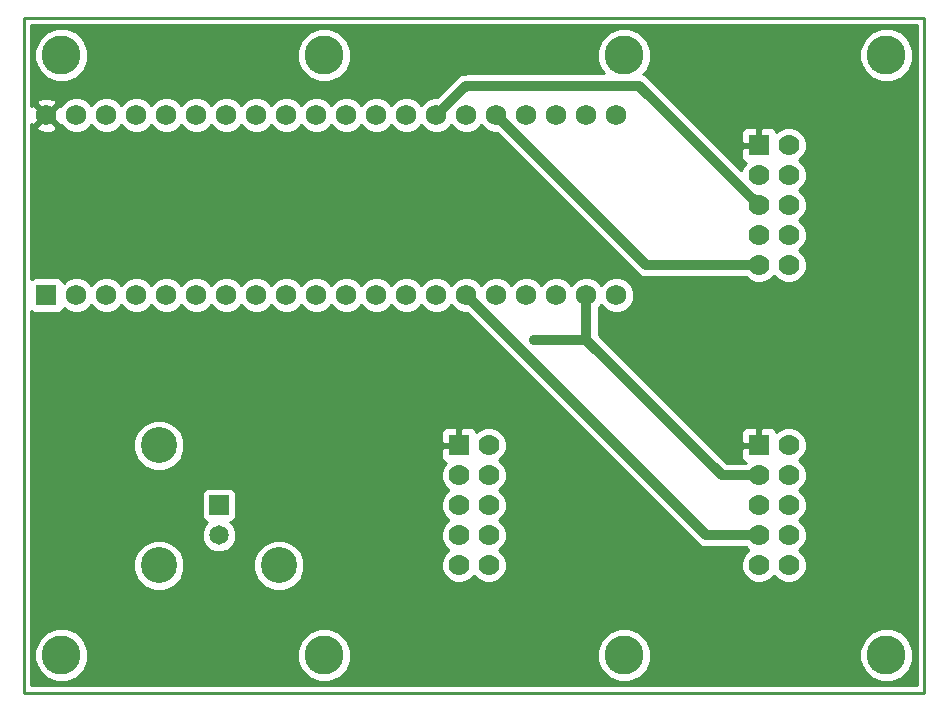
<source format=gtl>
G04 (created by PCBNEW-RS274X (20100406 SVN-R2509)-final) date Thu 17 Jun 2010 11:12:04 AM PDT*
G01*
G70*
G90*
%MOIN*%
G04 Gerber Fmt 3.4, Leading zero omitted, Abs format*
%FSLAX34Y34*%
G04 APERTURE LIST*
%ADD10C,0.001000*%
%ADD11C,0.009000*%
%ADD12C,0.120000*%
%ADD13R,0.065000X0.065000*%
%ADD14C,0.065000*%
%ADD15C,0.069000*%
%ADD16R,0.069000X0.069000*%
%ADD17C,0.130000*%
%ADD18R,0.070000X0.070000*%
%ADD19C,0.070000*%
%ADD20C,0.035000*%
%ADD21C,0.032000*%
%ADD22C,0.010000*%
G04 APERTURE END LIST*
G54D10*
G54D11*
X59000Y-30750D02*
X29000Y-30750D01*
X59000Y-53250D02*
X59000Y-30750D01*
X29000Y-53250D02*
X59000Y-53250D01*
X29000Y-30750D02*
X29000Y-53250D01*
G54D12*
X33500Y-49000D03*
X33500Y-45000D03*
G54D13*
X35500Y-47000D03*
G54D14*
X35500Y-48000D03*
G54D12*
X37500Y-49000D03*
G54D15*
X29750Y-34000D03*
X30750Y-34000D03*
X31750Y-34000D03*
X32750Y-34000D03*
X33750Y-34000D03*
X34750Y-34000D03*
X35750Y-34000D03*
X36750Y-34000D03*
X37750Y-34000D03*
X38750Y-34000D03*
X39750Y-34000D03*
X40750Y-34000D03*
X41750Y-34000D03*
X42750Y-34000D03*
X48750Y-34000D03*
X47750Y-34000D03*
X46750Y-34000D03*
X45750Y-34000D03*
X44750Y-34000D03*
X43750Y-34000D03*
G54D16*
X29750Y-40000D03*
G54D15*
X30750Y-40000D03*
X31750Y-40000D03*
X32750Y-40000D03*
X33750Y-40000D03*
X34750Y-40000D03*
X35750Y-40000D03*
X36750Y-40000D03*
X37750Y-40000D03*
X38750Y-40000D03*
X39750Y-40000D03*
X40750Y-40000D03*
X41750Y-40000D03*
X42750Y-40000D03*
X43750Y-40000D03*
X44750Y-40000D03*
X45750Y-40000D03*
X46750Y-40000D03*
X47750Y-40000D03*
X48750Y-40000D03*
G54D17*
X30250Y-32000D03*
X30250Y-52000D03*
X39000Y-52000D03*
X39000Y-32000D03*
X49000Y-32000D03*
X49000Y-52000D03*
X57750Y-32000D03*
X57750Y-52000D03*
G54D18*
X43500Y-45000D03*
G54D19*
X44500Y-45000D03*
X43500Y-46000D03*
X44500Y-46000D03*
X43500Y-47000D03*
X44500Y-47000D03*
X43500Y-48000D03*
X44500Y-48000D03*
X43500Y-49000D03*
X44500Y-49000D03*
G54D18*
X53500Y-45000D03*
G54D19*
X54500Y-45000D03*
X53500Y-46000D03*
X54500Y-46000D03*
X53500Y-47000D03*
X54500Y-47000D03*
X53500Y-48000D03*
X54500Y-48000D03*
X53500Y-49000D03*
X54500Y-49000D03*
G54D18*
X53500Y-35000D03*
G54D19*
X54500Y-35000D03*
X53500Y-36000D03*
X54500Y-36000D03*
X53500Y-37000D03*
X54500Y-37000D03*
X53500Y-38000D03*
X54500Y-38000D03*
X53500Y-39000D03*
X54500Y-39000D03*
G54D20*
X46005Y-41485D03*
G54D21*
X43732Y-33018D02*
X42750Y-34000D01*
X49518Y-33018D02*
X43732Y-33018D01*
X53500Y-37000D02*
X49518Y-33018D01*
X49750Y-39000D02*
X44750Y-34000D01*
X53500Y-39000D02*
X49750Y-39000D01*
X47750Y-41485D02*
X46005Y-41485D01*
X52265Y-46000D02*
X47750Y-41485D01*
X53500Y-46000D02*
X52265Y-46000D01*
X47750Y-41485D02*
X47750Y-40000D01*
X51750Y-48000D02*
X53500Y-48000D01*
X43750Y-40000D02*
X51750Y-48000D01*
G54D22*
X29245Y-30995D02*
X58755Y-30995D01*
X29245Y-31075D02*
X58755Y-31075D01*
X29245Y-31155D02*
X29940Y-31155D01*
X30562Y-31155D02*
X38690Y-31155D01*
X39312Y-31155D02*
X48690Y-31155D01*
X49312Y-31155D02*
X57440Y-31155D01*
X58062Y-31155D02*
X58755Y-31155D01*
X29245Y-31235D02*
X29746Y-31235D01*
X30754Y-31235D02*
X38496Y-31235D01*
X39504Y-31235D02*
X48496Y-31235D01*
X49504Y-31235D02*
X57246Y-31235D01*
X58254Y-31235D02*
X58755Y-31235D01*
X29245Y-31315D02*
X29663Y-31315D01*
X30838Y-31315D02*
X38413Y-31315D01*
X39588Y-31315D02*
X48413Y-31315D01*
X49588Y-31315D02*
X57163Y-31315D01*
X58338Y-31315D02*
X58755Y-31315D01*
X29245Y-31395D02*
X29583Y-31395D01*
X30918Y-31395D02*
X38333Y-31395D01*
X39668Y-31395D02*
X48333Y-31395D01*
X49668Y-31395D02*
X57083Y-31395D01*
X58418Y-31395D02*
X58755Y-31395D01*
X29245Y-31475D02*
X29503Y-31475D01*
X30998Y-31475D02*
X38253Y-31475D01*
X39748Y-31475D02*
X48253Y-31475D01*
X49748Y-31475D02*
X57003Y-31475D01*
X58498Y-31475D02*
X58755Y-31475D01*
X29245Y-31555D02*
X29461Y-31555D01*
X31040Y-31555D02*
X38211Y-31555D01*
X39790Y-31555D02*
X48211Y-31555D01*
X49790Y-31555D02*
X56961Y-31555D01*
X58540Y-31555D02*
X58755Y-31555D01*
X29245Y-31635D02*
X29428Y-31635D01*
X31073Y-31635D02*
X38178Y-31635D01*
X39823Y-31635D02*
X48178Y-31635D01*
X49823Y-31635D02*
X56928Y-31635D01*
X58573Y-31635D02*
X58755Y-31635D01*
X29245Y-31715D02*
X29394Y-31715D01*
X31106Y-31715D02*
X38144Y-31715D01*
X39856Y-31715D02*
X48144Y-31715D01*
X49856Y-31715D02*
X56894Y-31715D01*
X58606Y-31715D02*
X58755Y-31715D01*
X29245Y-31795D02*
X29361Y-31795D01*
X31139Y-31795D02*
X38111Y-31795D01*
X39889Y-31795D02*
X48111Y-31795D01*
X49889Y-31795D02*
X56861Y-31795D01*
X58639Y-31795D02*
X58755Y-31795D01*
X29245Y-31875D02*
X29350Y-31875D01*
X31150Y-31875D02*
X38100Y-31875D01*
X39900Y-31875D02*
X48100Y-31875D01*
X49900Y-31875D02*
X56850Y-31875D01*
X58650Y-31875D02*
X58755Y-31875D01*
X29245Y-31955D02*
X29350Y-31955D01*
X31150Y-31955D02*
X38100Y-31955D01*
X39900Y-31955D02*
X48100Y-31955D01*
X49900Y-31955D02*
X56850Y-31955D01*
X58650Y-31955D02*
X58755Y-31955D01*
X29245Y-32035D02*
X29350Y-32035D01*
X31150Y-32035D02*
X38100Y-32035D01*
X39900Y-32035D02*
X48100Y-32035D01*
X49900Y-32035D02*
X56850Y-32035D01*
X58650Y-32035D02*
X58755Y-32035D01*
X29245Y-32115D02*
X29350Y-32115D01*
X31150Y-32115D02*
X38100Y-32115D01*
X39900Y-32115D02*
X48100Y-32115D01*
X49900Y-32115D02*
X56850Y-32115D01*
X58650Y-32115D02*
X58755Y-32115D01*
X29245Y-32195D02*
X29357Y-32195D01*
X31143Y-32195D02*
X38107Y-32195D01*
X39893Y-32195D02*
X48107Y-32195D01*
X49893Y-32195D02*
X56857Y-32195D01*
X58643Y-32195D02*
X58755Y-32195D01*
X29245Y-32275D02*
X29390Y-32275D01*
X31110Y-32275D02*
X38140Y-32275D01*
X39860Y-32275D02*
X48140Y-32275D01*
X49860Y-32275D02*
X56890Y-32275D01*
X58610Y-32275D02*
X58755Y-32275D01*
X29245Y-32355D02*
X29423Y-32355D01*
X31077Y-32355D02*
X38173Y-32355D01*
X39827Y-32355D02*
X48173Y-32355D01*
X49827Y-32355D02*
X56923Y-32355D01*
X58577Y-32355D02*
X58755Y-32355D01*
X29245Y-32435D02*
X29456Y-32435D01*
X31043Y-32435D02*
X38206Y-32435D01*
X39793Y-32435D02*
X48206Y-32435D01*
X49793Y-32435D02*
X56956Y-32435D01*
X58543Y-32435D02*
X58755Y-32435D01*
X29245Y-32515D02*
X29492Y-32515D01*
X31007Y-32515D02*
X38242Y-32515D01*
X39757Y-32515D02*
X48242Y-32515D01*
X49757Y-32515D02*
X56992Y-32515D01*
X58507Y-32515D02*
X58755Y-32515D01*
X29245Y-32595D02*
X29572Y-32595D01*
X30927Y-32595D02*
X38322Y-32595D01*
X39677Y-32595D02*
X48322Y-32595D01*
X49677Y-32595D02*
X57072Y-32595D01*
X58427Y-32595D02*
X58755Y-32595D01*
X29245Y-32675D02*
X29652Y-32675D01*
X30847Y-32675D02*
X38402Y-32675D01*
X39597Y-32675D02*
X43522Y-32675D01*
X49729Y-32675D02*
X57152Y-32675D01*
X58347Y-32675D02*
X58755Y-32675D01*
X29245Y-32755D02*
X29732Y-32755D01*
X30767Y-32755D02*
X38482Y-32755D01*
X39517Y-32755D02*
X43415Y-32755D01*
X49835Y-32755D02*
X57232Y-32755D01*
X58267Y-32755D02*
X58755Y-32755D01*
X29245Y-32835D02*
X29914Y-32835D01*
X30585Y-32835D02*
X38664Y-32835D01*
X39335Y-32835D02*
X43335Y-32835D01*
X49915Y-32835D02*
X57414Y-32835D01*
X58085Y-32835D02*
X58755Y-32835D01*
X29245Y-32915D02*
X43255Y-32915D01*
X49995Y-32915D02*
X58755Y-32915D01*
X29245Y-32995D02*
X43175Y-32995D01*
X50075Y-32995D02*
X58755Y-32995D01*
X29245Y-33075D02*
X43095Y-33075D01*
X50155Y-33075D02*
X58755Y-33075D01*
X29245Y-33155D02*
X43015Y-33155D01*
X50235Y-33155D02*
X58755Y-33155D01*
X29245Y-33235D02*
X42935Y-33235D01*
X50315Y-33235D02*
X58755Y-33235D01*
X29245Y-33315D02*
X42855Y-33315D01*
X50395Y-33315D02*
X58755Y-33315D01*
X29245Y-33395D02*
X42775Y-33395D01*
X50475Y-33395D02*
X58755Y-33395D01*
X29245Y-33475D02*
X29483Y-33475D01*
X30012Y-33475D02*
X30465Y-33475D01*
X31035Y-33475D02*
X31465Y-33475D01*
X32035Y-33475D02*
X32465Y-33475D01*
X33035Y-33475D02*
X33465Y-33475D01*
X34035Y-33475D02*
X34465Y-33475D01*
X35035Y-33475D02*
X35465Y-33475D01*
X36035Y-33475D02*
X36465Y-33475D01*
X37035Y-33475D02*
X37465Y-33475D01*
X38035Y-33475D02*
X38465Y-33475D01*
X39035Y-33475D02*
X39465Y-33475D01*
X40035Y-33475D02*
X40465Y-33475D01*
X41035Y-33475D02*
X41465Y-33475D01*
X42035Y-33475D02*
X42465Y-33475D01*
X50555Y-33475D02*
X58755Y-33475D01*
X29245Y-33555D02*
X29423Y-33555D01*
X30079Y-33555D02*
X30355Y-33555D01*
X31145Y-33555D02*
X31355Y-33555D01*
X32145Y-33555D02*
X32355Y-33555D01*
X33145Y-33555D02*
X33355Y-33555D01*
X34145Y-33555D02*
X34355Y-33555D01*
X35145Y-33555D02*
X35355Y-33555D01*
X36145Y-33555D02*
X36355Y-33555D01*
X37145Y-33555D02*
X37355Y-33555D01*
X38145Y-33555D02*
X38355Y-33555D01*
X39145Y-33555D02*
X39355Y-33555D01*
X40145Y-33555D02*
X40355Y-33555D01*
X41145Y-33555D02*
X41355Y-33555D01*
X42145Y-33555D02*
X42355Y-33555D01*
X50635Y-33555D02*
X58755Y-33555D01*
X29245Y-33635D02*
X29456Y-33635D01*
X30044Y-33635D02*
X30275Y-33635D01*
X31225Y-33635D02*
X31274Y-33635D01*
X32225Y-33635D02*
X32274Y-33635D01*
X33225Y-33635D02*
X33274Y-33635D01*
X34225Y-33635D02*
X34274Y-33635D01*
X35225Y-33635D02*
X35274Y-33635D01*
X36225Y-33635D02*
X36274Y-33635D01*
X37225Y-33635D02*
X37274Y-33635D01*
X38225Y-33635D02*
X38274Y-33635D01*
X39225Y-33635D02*
X39274Y-33635D01*
X40225Y-33635D02*
X40274Y-33635D01*
X41225Y-33635D02*
X41274Y-33635D01*
X42225Y-33635D02*
X42274Y-33635D01*
X50715Y-33635D02*
X58755Y-33635D01*
X29394Y-33715D02*
X29536Y-33715D01*
X29964Y-33715D02*
X30106Y-33715D01*
X50795Y-33715D02*
X58755Y-33715D01*
X29474Y-33795D02*
X29616Y-33795D01*
X29884Y-33795D02*
X30026Y-33795D01*
X50875Y-33795D02*
X58755Y-33795D01*
X29554Y-33875D02*
X29696Y-33875D01*
X29804Y-33875D02*
X29946Y-33875D01*
X50955Y-33875D02*
X58755Y-33875D01*
X29634Y-33955D02*
X29866Y-33955D01*
X51035Y-33955D02*
X58755Y-33955D01*
X29644Y-34035D02*
X29856Y-34035D01*
X51115Y-34035D02*
X58755Y-34035D01*
X29564Y-34115D02*
X29706Y-34115D01*
X29794Y-34115D02*
X29936Y-34115D01*
X51195Y-34115D02*
X58755Y-34115D01*
X29484Y-34195D02*
X29626Y-34195D01*
X29874Y-34195D02*
X30016Y-34195D01*
X51275Y-34195D02*
X58755Y-34195D01*
X29404Y-34275D02*
X29546Y-34275D01*
X29954Y-34275D02*
X30096Y-34275D01*
X51355Y-34275D02*
X58755Y-34275D01*
X29245Y-34355D02*
X29466Y-34355D01*
X30034Y-34355D02*
X30265Y-34355D01*
X31233Y-34355D02*
X31265Y-34355D01*
X32233Y-34355D02*
X32265Y-34355D01*
X33233Y-34355D02*
X33265Y-34355D01*
X34233Y-34355D02*
X34265Y-34355D01*
X35233Y-34355D02*
X35265Y-34355D01*
X36233Y-34355D02*
X36265Y-34355D01*
X37233Y-34355D02*
X37265Y-34355D01*
X38233Y-34355D02*
X38265Y-34355D01*
X39233Y-34355D02*
X39265Y-34355D01*
X40233Y-34355D02*
X40265Y-34355D01*
X41233Y-34355D02*
X41265Y-34355D01*
X42233Y-34355D02*
X42265Y-34355D01*
X43233Y-34355D02*
X43265Y-34355D01*
X44233Y-34355D02*
X44265Y-34355D01*
X51435Y-34355D02*
X58755Y-34355D01*
X29245Y-34435D02*
X29418Y-34435D01*
X30081Y-34435D02*
X30345Y-34435D01*
X31154Y-34435D02*
X31345Y-34435D01*
X32154Y-34435D02*
X32345Y-34435D01*
X33154Y-34435D02*
X33345Y-34435D01*
X34154Y-34435D02*
X34345Y-34435D01*
X35154Y-34435D02*
X35345Y-34435D01*
X36154Y-34435D02*
X36345Y-34435D01*
X37154Y-34435D02*
X37345Y-34435D01*
X38154Y-34435D02*
X38345Y-34435D01*
X39154Y-34435D02*
X39345Y-34435D01*
X40154Y-34435D02*
X40345Y-34435D01*
X41154Y-34435D02*
X41345Y-34435D01*
X42154Y-34435D02*
X42345Y-34435D01*
X43154Y-34435D02*
X43345Y-34435D01*
X44154Y-34435D02*
X44345Y-34435D01*
X51515Y-34435D02*
X53019Y-34435D01*
X53423Y-34435D02*
X53577Y-34435D01*
X53982Y-34435D02*
X54299Y-34435D01*
X54702Y-34435D02*
X58755Y-34435D01*
X29245Y-34515D02*
X29461Y-34515D01*
X30041Y-34515D02*
X30441Y-34515D01*
X31059Y-34515D02*
X31441Y-34515D01*
X32059Y-34515D02*
X32441Y-34515D01*
X33059Y-34515D02*
X33441Y-34515D01*
X34059Y-34515D02*
X34441Y-34515D01*
X35059Y-34515D02*
X35441Y-34515D01*
X36059Y-34515D02*
X36441Y-34515D01*
X37059Y-34515D02*
X37441Y-34515D01*
X38059Y-34515D02*
X38441Y-34515D01*
X39059Y-34515D02*
X39441Y-34515D01*
X40059Y-34515D02*
X40441Y-34515D01*
X41059Y-34515D02*
X41441Y-34515D01*
X42059Y-34515D02*
X42441Y-34515D01*
X43059Y-34515D02*
X43441Y-34515D01*
X44059Y-34515D02*
X44441Y-34515D01*
X51595Y-34515D02*
X52937Y-34515D01*
X53450Y-34515D02*
X53550Y-34515D01*
X54064Y-34515D02*
X54138Y-34515D01*
X54862Y-34515D02*
X58755Y-34515D01*
X29245Y-34595D02*
X44764Y-34595D01*
X51675Y-34595D02*
X52904Y-34595D01*
X53450Y-34595D02*
X53550Y-34595D01*
X54942Y-34595D02*
X58755Y-34595D01*
X29245Y-34675D02*
X44844Y-34675D01*
X51755Y-34675D02*
X52901Y-34675D01*
X53450Y-34675D02*
X53550Y-34675D01*
X55014Y-34675D02*
X58755Y-34675D01*
X29245Y-34755D02*
X44924Y-34755D01*
X51835Y-34755D02*
X52901Y-34755D01*
X53450Y-34755D02*
X53550Y-34755D01*
X55047Y-34755D02*
X58755Y-34755D01*
X29245Y-34835D02*
X45004Y-34835D01*
X51915Y-34835D02*
X52901Y-34835D01*
X53450Y-34835D02*
X53550Y-34835D01*
X55080Y-34835D02*
X58755Y-34835D01*
X29245Y-34915D02*
X45084Y-34915D01*
X51995Y-34915D02*
X52927Y-34915D01*
X53450Y-34915D02*
X53550Y-34915D01*
X55099Y-34915D02*
X58755Y-34915D01*
X29245Y-34995D02*
X45164Y-34995D01*
X52075Y-34995D02*
X53550Y-34995D01*
X55099Y-34995D02*
X58755Y-34995D01*
X29245Y-35075D02*
X45244Y-35075D01*
X52155Y-35075D02*
X52937Y-35075D01*
X55099Y-35075D02*
X58755Y-35075D01*
X29245Y-35155D02*
X45324Y-35155D01*
X52235Y-35155D02*
X52900Y-35155D01*
X55084Y-35155D02*
X58755Y-35155D01*
X29245Y-35235D02*
X45404Y-35235D01*
X52315Y-35235D02*
X52900Y-35235D01*
X55051Y-35235D02*
X58755Y-35235D01*
X29245Y-35315D02*
X45484Y-35315D01*
X52395Y-35315D02*
X52900Y-35315D01*
X55017Y-35315D02*
X58755Y-35315D01*
X29245Y-35395D02*
X45564Y-35395D01*
X52475Y-35395D02*
X52900Y-35395D01*
X54951Y-35395D02*
X58755Y-35395D01*
X29245Y-35475D02*
X45644Y-35475D01*
X52555Y-35475D02*
X52932Y-35475D01*
X54870Y-35475D02*
X58755Y-35475D01*
X29245Y-35555D02*
X45724Y-35555D01*
X52635Y-35555D02*
X53003Y-35555D01*
X54902Y-35555D02*
X58755Y-35555D01*
X29245Y-35635D02*
X45804Y-35635D01*
X52715Y-35635D02*
X53018Y-35635D01*
X54982Y-35635D02*
X58755Y-35635D01*
X29245Y-35715D02*
X45884Y-35715D01*
X52795Y-35715D02*
X52970Y-35715D01*
X55031Y-35715D02*
X58755Y-35715D01*
X29245Y-35795D02*
X45964Y-35795D01*
X52875Y-35795D02*
X52936Y-35795D01*
X55064Y-35795D02*
X58755Y-35795D01*
X29245Y-35875D02*
X46044Y-35875D01*
X55097Y-35875D02*
X58755Y-35875D01*
X29245Y-35955D02*
X46124Y-35955D01*
X55099Y-35955D02*
X58755Y-35955D01*
X29245Y-36035D02*
X46204Y-36035D01*
X55099Y-36035D02*
X58755Y-36035D01*
X29245Y-36115D02*
X46284Y-36115D01*
X55099Y-36115D02*
X58755Y-36115D01*
X29245Y-36195D02*
X46364Y-36195D01*
X55067Y-36195D02*
X58755Y-36195D01*
X29245Y-36275D02*
X46444Y-36275D01*
X55034Y-36275D02*
X58755Y-36275D01*
X29245Y-36355D02*
X46524Y-36355D01*
X54991Y-36355D02*
X58755Y-36355D01*
X29245Y-36435D02*
X46604Y-36435D01*
X54910Y-36435D02*
X58755Y-36435D01*
X29245Y-36515D02*
X46684Y-36515D01*
X54862Y-36515D02*
X58755Y-36515D01*
X29245Y-36595D02*
X46764Y-36595D01*
X54942Y-36595D02*
X58755Y-36595D01*
X29245Y-36675D02*
X46844Y-36675D01*
X55014Y-36675D02*
X58755Y-36675D01*
X29245Y-36755D02*
X46924Y-36755D01*
X55047Y-36755D02*
X58755Y-36755D01*
X29245Y-36835D02*
X47004Y-36835D01*
X55080Y-36835D02*
X58755Y-36835D01*
X29245Y-36915D02*
X47084Y-36915D01*
X55099Y-36915D02*
X58755Y-36915D01*
X29245Y-36995D02*
X47164Y-36995D01*
X55099Y-36995D02*
X58755Y-36995D01*
X29245Y-37075D02*
X47244Y-37075D01*
X55099Y-37075D02*
X58755Y-37075D01*
X29245Y-37155D02*
X47324Y-37155D01*
X55084Y-37155D02*
X58755Y-37155D01*
X29245Y-37235D02*
X47404Y-37235D01*
X55051Y-37235D02*
X58755Y-37235D01*
X29245Y-37315D02*
X47484Y-37315D01*
X55017Y-37315D02*
X58755Y-37315D01*
X29245Y-37395D02*
X47564Y-37395D01*
X54951Y-37395D02*
X58755Y-37395D01*
X29245Y-37475D02*
X47644Y-37475D01*
X54870Y-37475D02*
X58755Y-37475D01*
X29245Y-37555D02*
X47724Y-37555D01*
X54902Y-37555D02*
X58755Y-37555D01*
X29245Y-37635D02*
X47804Y-37635D01*
X54982Y-37635D02*
X58755Y-37635D01*
X29245Y-37715D02*
X47884Y-37715D01*
X55031Y-37715D02*
X58755Y-37715D01*
X29245Y-37795D02*
X47964Y-37795D01*
X55064Y-37795D02*
X58755Y-37795D01*
X29245Y-37875D02*
X48044Y-37875D01*
X55097Y-37875D02*
X58755Y-37875D01*
X29245Y-37955D02*
X48124Y-37955D01*
X55099Y-37955D02*
X58755Y-37955D01*
X29245Y-38035D02*
X48204Y-38035D01*
X55099Y-38035D02*
X58755Y-38035D01*
X29245Y-38115D02*
X48284Y-38115D01*
X55099Y-38115D02*
X58755Y-38115D01*
X29245Y-38195D02*
X48364Y-38195D01*
X55067Y-38195D02*
X58755Y-38195D01*
X29245Y-38275D02*
X48444Y-38275D01*
X55034Y-38275D02*
X58755Y-38275D01*
X29245Y-38355D02*
X48524Y-38355D01*
X54991Y-38355D02*
X58755Y-38355D01*
X29245Y-38435D02*
X48604Y-38435D01*
X54910Y-38435D02*
X58755Y-38435D01*
X29245Y-38515D02*
X48684Y-38515D01*
X54862Y-38515D02*
X58755Y-38515D01*
X29245Y-38595D02*
X48764Y-38595D01*
X54942Y-38595D02*
X58755Y-38595D01*
X29245Y-38675D02*
X48844Y-38675D01*
X55014Y-38675D02*
X58755Y-38675D01*
X29245Y-38755D02*
X48924Y-38755D01*
X55047Y-38755D02*
X58755Y-38755D01*
X29245Y-38835D02*
X49004Y-38835D01*
X55080Y-38835D02*
X58755Y-38835D01*
X29245Y-38915D02*
X49084Y-38915D01*
X55099Y-38915D02*
X58755Y-38915D01*
X29245Y-38995D02*
X49164Y-38995D01*
X55099Y-38995D02*
X58755Y-38995D01*
X29245Y-39075D02*
X49244Y-39075D01*
X55099Y-39075D02*
X58755Y-39075D01*
X29245Y-39155D02*
X49324Y-39155D01*
X55084Y-39155D02*
X58755Y-39155D01*
X29245Y-39235D02*
X49404Y-39235D01*
X55051Y-39235D02*
X58755Y-39235D01*
X29245Y-39315D02*
X49497Y-39315D01*
X55017Y-39315D02*
X58755Y-39315D01*
X29245Y-39395D02*
X49674Y-39395D01*
X53950Y-39395D02*
X54048Y-39395D01*
X54952Y-39395D02*
X58755Y-39395D01*
X30267Y-39475D02*
X30465Y-39475D01*
X31035Y-39475D02*
X31465Y-39475D01*
X32035Y-39475D02*
X32465Y-39475D01*
X33035Y-39475D02*
X33465Y-39475D01*
X34035Y-39475D02*
X34465Y-39475D01*
X35035Y-39475D02*
X35465Y-39475D01*
X36035Y-39475D02*
X36465Y-39475D01*
X37035Y-39475D02*
X37465Y-39475D01*
X38035Y-39475D02*
X38465Y-39475D01*
X39035Y-39475D02*
X39465Y-39475D01*
X40035Y-39475D02*
X40465Y-39475D01*
X41035Y-39475D02*
X41465Y-39475D01*
X42035Y-39475D02*
X42465Y-39475D01*
X43035Y-39475D02*
X43465Y-39475D01*
X44035Y-39475D02*
X44465Y-39475D01*
X45035Y-39475D02*
X45465Y-39475D01*
X46035Y-39475D02*
X46465Y-39475D01*
X47035Y-39475D02*
X47465Y-39475D01*
X48035Y-39475D02*
X48465Y-39475D01*
X49035Y-39475D02*
X53128Y-39475D01*
X53871Y-39475D02*
X54128Y-39475D01*
X54872Y-39475D02*
X58755Y-39475D01*
X30323Y-39555D02*
X30355Y-39555D01*
X31145Y-39555D02*
X31355Y-39555D01*
X32145Y-39555D02*
X32355Y-39555D01*
X33145Y-39555D02*
X33355Y-39555D01*
X34145Y-39555D02*
X34355Y-39555D01*
X35145Y-39555D02*
X35355Y-39555D01*
X36145Y-39555D02*
X36355Y-39555D01*
X37145Y-39555D02*
X37355Y-39555D01*
X38145Y-39555D02*
X38355Y-39555D01*
X39145Y-39555D02*
X39355Y-39555D01*
X40145Y-39555D02*
X40355Y-39555D01*
X41145Y-39555D02*
X41355Y-39555D01*
X42145Y-39555D02*
X42355Y-39555D01*
X43145Y-39555D02*
X43355Y-39555D01*
X44145Y-39555D02*
X44355Y-39555D01*
X45145Y-39555D02*
X45355Y-39555D01*
X46145Y-39555D02*
X46355Y-39555D01*
X47145Y-39555D02*
X47355Y-39555D01*
X48145Y-39555D02*
X48355Y-39555D01*
X49145Y-39555D02*
X53274Y-39555D01*
X53725Y-39555D02*
X54274Y-39555D01*
X54725Y-39555D02*
X58755Y-39555D01*
X31225Y-39635D02*
X31274Y-39635D01*
X32225Y-39635D02*
X32274Y-39635D01*
X33225Y-39635D02*
X33274Y-39635D01*
X34225Y-39635D02*
X34274Y-39635D01*
X35225Y-39635D02*
X35274Y-39635D01*
X36225Y-39635D02*
X36274Y-39635D01*
X37225Y-39635D02*
X37274Y-39635D01*
X38225Y-39635D02*
X38274Y-39635D01*
X39225Y-39635D02*
X39275Y-39635D01*
X40225Y-39635D02*
X40274Y-39635D01*
X41225Y-39635D02*
X41274Y-39635D01*
X42225Y-39635D02*
X42274Y-39635D01*
X43225Y-39635D02*
X43274Y-39635D01*
X44225Y-39635D02*
X44274Y-39635D01*
X45225Y-39635D02*
X45274Y-39635D01*
X46225Y-39635D02*
X46274Y-39635D01*
X47225Y-39635D02*
X47274Y-39635D01*
X48225Y-39635D02*
X48274Y-39635D01*
X49225Y-39635D02*
X58755Y-39635D01*
X49276Y-39715D02*
X58755Y-39715D01*
X49309Y-39795D02*
X58755Y-39795D01*
X49342Y-39875D02*
X58755Y-39875D01*
X49344Y-39955D02*
X58755Y-39955D01*
X49344Y-40035D02*
X58755Y-40035D01*
X49344Y-40115D02*
X58755Y-40115D01*
X49312Y-40195D02*
X58755Y-40195D01*
X49278Y-40275D02*
X58755Y-40275D01*
X31233Y-40355D02*
X31265Y-40355D01*
X32233Y-40355D02*
X32265Y-40355D01*
X33233Y-40355D02*
X33265Y-40355D01*
X34233Y-40355D02*
X34265Y-40355D01*
X35233Y-40355D02*
X35265Y-40355D01*
X36233Y-40355D02*
X36265Y-40355D01*
X37233Y-40355D02*
X37265Y-40355D01*
X38233Y-40355D02*
X38265Y-40355D01*
X39235Y-40355D02*
X39265Y-40355D01*
X40233Y-40355D02*
X40265Y-40355D01*
X41233Y-40355D02*
X41265Y-40355D01*
X42233Y-40355D02*
X42265Y-40355D01*
X43233Y-40355D02*
X43265Y-40355D01*
X48234Y-40355D02*
X48264Y-40355D01*
X49235Y-40355D02*
X58755Y-40355D01*
X30326Y-40435D02*
X30345Y-40435D01*
X31154Y-40435D02*
X31345Y-40435D01*
X32154Y-40435D02*
X32345Y-40435D01*
X33154Y-40435D02*
X33345Y-40435D01*
X34154Y-40435D02*
X34345Y-40435D01*
X35154Y-40435D02*
X35345Y-40435D01*
X36154Y-40435D02*
X36345Y-40435D01*
X37154Y-40435D02*
X37345Y-40435D01*
X38154Y-40435D02*
X38345Y-40435D01*
X39155Y-40435D02*
X39345Y-40435D01*
X40154Y-40435D02*
X40345Y-40435D01*
X41154Y-40435D02*
X41345Y-40435D01*
X42154Y-40435D02*
X42345Y-40435D01*
X43154Y-40435D02*
X43345Y-40435D01*
X48160Y-40435D02*
X48344Y-40435D01*
X49155Y-40435D02*
X58755Y-40435D01*
X30277Y-40515D02*
X30441Y-40515D01*
X31059Y-40515D02*
X31441Y-40515D01*
X32059Y-40515D02*
X32441Y-40515D01*
X33059Y-40515D02*
X33441Y-40515D01*
X34059Y-40515D02*
X34441Y-40515D01*
X35059Y-40515D02*
X35441Y-40515D01*
X36059Y-40515D02*
X36441Y-40515D01*
X37059Y-40515D02*
X37441Y-40515D01*
X38059Y-40515D02*
X38441Y-40515D01*
X39059Y-40515D02*
X39441Y-40515D01*
X40059Y-40515D02*
X40441Y-40515D01*
X41059Y-40515D02*
X41441Y-40515D01*
X42059Y-40515D02*
X42441Y-40515D01*
X43059Y-40515D02*
X43441Y-40515D01*
X48160Y-40515D02*
X48441Y-40515D01*
X49059Y-40515D02*
X58755Y-40515D01*
X29245Y-40595D02*
X43765Y-40595D01*
X48160Y-40595D02*
X58755Y-40595D01*
X29245Y-40675D02*
X43845Y-40675D01*
X48160Y-40675D02*
X58755Y-40675D01*
X29245Y-40755D02*
X43925Y-40755D01*
X48160Y-40755D02*
X58755Y-40755D01*
X29245Y-40835D02*
X44005Y-40835D01*
X48160Y-40835D02*
X58755Y-40835D01*
X29245Y-40915D02*
X44085Y-40915D01*
X48160Y-40915D02*
X58755Y-40915D01*
X29245Y-40995D02*
X44165Y-40995D01*
X48160Y-40995D02*
X58755Y-40995D01*
X29245Y-41075D02*
X44245Y-41075D01*
X48160Y-41075D02*
X58755Y-41075D01*
X29245Y-41155D02*
X44325Y-41155D01*
X48160Y-41155D02*
X58755Y-41155D01*
X29245Y-41235D02*
X44405Y-41235D01*
X48160Y-41235D02*
X58755Y-41235D01*
X29245Y-41315D02*
X44485Y-41315D01*
X48160Y-41315D02*
X58755Y-41315D01*
X29245Y-41395D02*
X44565Y-41395D01*
X48240Y-41395D02*
X58755Y-41395D01*
X29245Y-41475D02*
X44645Y-41475D01*
X48320Y-41475D02*
X58755Y-41475D01*
X29245Y-41555D02*
X44725Y-41555D01*
X48400Y-41555D02*
X58755Y-41555D01*
X29245Y-41635D02*
X44805Y-41635D01*
X48480Y-41635D02*
X58755Y-41635D01*
X29245Y-41715D02*
X44885Y-41715D01*
X48560Y-41715D02*
X58755Y-41715D01*
X29245Y-41795D02*
X44965Y-41795D01*
X48640Y-41795D02*
X58755Y-41795D01*
X29245Y-41875D02*
X45045Y-41875D01*
X48720Y-41875D02*
X58755Y-41875D01*
X29245Y-41955D02*
X45125Y-41955D01*
X48800Y-41955D02*
X58755Y-41955D01*
X29245Y-42035D02*
X45205Y-42035D01*
X48880Y-42035D02*
X58755Y-42035D01*
X29245Y-42115D02*
X45285Y-42115D01*
X48960Y-42115D02*
X58755Y-42115D01*
X29245Y-42195D02*
X45365Y-42195D01*
X49040Y-42195D02*
X58755Y-42195D01*
X29245Y-42275D02*
X45445Y-42275D01*
X49120Y-42275D02*
X58755Y-42275D01*
X29245Y-42355D02*
X45525Y-42355D01*
X49200Y-42355D02*
X58755Y-42355D01*
X29245Y-42435D02*
X45605Y-42435D01*
X49280Y-42435D02*
X58755Y-42435D01*
X29245Y-42515D02*
X45685Y-42515D01*
X49360Y-42515D02*
X58755Y-42515D01*
X29245Y-42595D02*
X45765Y-42595D01*
X49440Y-42595D02*
X58755Y-42595D01*
X29245Y-42675D02*
X45845Y-42675D01*
X49520Y-42675D02*
X58755Y-42675D01*
X29245Y-42755D02*
X45925Y-42755D01*
X49600Y-42755D02*
X58755Y-42755D01*
X29245Y-42835D02*
X46005Y-42835D01*
X49680Y-42835D02*
X58755Y-42835D01*
X29245Y-42915D02*
X46085Y-42915D01*
X49760Y-42915D02*
X58755Y-42915D01*
X29245Y-42995D02*
X46165Y-42995D01*
X49840Y-42995D02*
X58755Y-42995D01*
X29245Y-43075D02*
X46245Y-43075D01*
X49920Y-43075D02*
X58755Y-43075D01*
X29245Y-43155D02*
X46325Y-43155D01*
X50000Y-43155D02*
X58755Y-43155D01*
X29245Y-43235D02*
X46405Y-43235D01*
X50080Y-43235D02*
X58755Y-43235D01*
X29245Y-43315D02*
X46485Y-43315D01*
X50160Y-43315D02*
X58755Y-43315D01*
X29245Y-43395D02*
X46565Y-43395D01*
X50240Y-43395D02*
X58755Y-43395D01*
X29245Y-43475D02*
X46645Y-43475D01*
X50320Y-43475D02*
X58755Y-43475D01*
X29245Y-43555D02*
X46725Y-43555D01*
X50400Y-43555D02*
X58755Y-43555D01*
X29245Y-43635D02*
X46805Y-43635D01*
X50480Y-43635D02*
X58755Y-43635D01*
X29245Y-43715D02*
X46885Y-43715D01*
X50560Y-43715D02*
X58755Y-43715D01*
X29245Y-43795D02*
X46965Y-43795D01*
X50640Y-43795D02*
X58755Y-43795D01*
X29245Y-43875D02*
X47045Y-43875D01*
X50720Y-43875D02*
X58755Y-43875D01*
X29245Y-43955D02*
X47125Y-43955D01*
X50800Y-43955D02*
X58755Y-43955D01*
X29245Y-44035D02*
X47205Y-44035D01*
X50880Y-44035D02*
X58755Y-44035D01*
X29245Y-44115D02*
X47285Y-44115D01*
X50960Y-44115D02*
X58755Y-44115D01*
X29245Y-44195D02*
X33224Y-44195D01*
X33778Y-44195D02*
X47365Y-44195D01*
X51040Y-44195D02*
X58755Y-44195D01*
X29245Y-44275D02*
X33030Y-44275D01*
X33970Y-44275D02*
X47445Y-44275D01*
X51120Y-44275D02*
X58755Y-44275D01*
X29245Y-44355D02*
X32944Y-44355D01*
X34057Y-44355D02*
X47525Y-44355D01*
X51200Y-44355D02*
X58755Y-44355D01*
X29245Y-44435D02*
X32864Y-44435D01*
X34137Y-44435D02*
X43019Y-44435D01*
X43423Y-44435D02*
X43577Y-44435D01*
X43982Y-44435D02*
X44299Y-44435D01*
X44702Y-44435D02*
X47605Y-44435D01*
X51280Y-44435D02*
X53019Y-44435D01*
X53423Y-44435D02*
X53577Y-44435D01*
X53982Y-44435D02*
X54299Y-44435D01*
X54702Y-44435D02*
X58755Y-44435D01*
X29245Y-44515D02*
X32784Y-44515D01*
X34217Y-44515D02*
X42937Y-44515D01*
X43450Y-44515D02*
X43550Y-44515D01*
X44064Y-44515D02*
X44138Y-44515D01*
X44862Y-44515D02*
X47685Y-44515D01*
X51360Y-44515D02*
X52937Y-44515D01*
X53450Y-44515D02*
X53550Y-44515D01*
X54064Y-44515D02*
X54138Y-44515D01*
X54862Y-44515D02*
X58755Y-44515D01*
X29245Y-44595D02*
X32748Y-44595D01*
X34253Y-44595D02*
X42904Y-44595D01*
X43450Y-44595D02*
X43550Y-44595D01*
X44942Y-44595D02*
X47765Y-44595D01*
X51440Y-44595D02*
X52904Y-44595D01*
X53450Y-44595D02*
X53550Y-44595D01*
X54942Y-44595D02*
X58755Y-44595D01*
X29245Y-44675D02*
X32715Y-44675D01*
X34286Y-44675D02*
X42901Y-44675D01*
X43450Y-44675D02*
X43550Y-44675D01*
X45014Y-44675D02*
X47845Y-44675D01*
X51520Y-44675D02*
X52901Y-44675D01*
X53450Y-44675D02*
X53550Y-44675D01*
X55014Y-44675D02*
X58755Y-44675D01*
X29245Y-44755D02*
X32682Y-44755D01*
X34319Y-44755D02*
X42901Y-44755D01*
X43450Y-44755D02*
X43550Y-44755D01*
X45047Y-44755D02*
X47925Y-44755D01*
X51600Y-44755D02*
X52901Y-44755D01*
X53450Y-44755D02*
X53550Y-44755D01*
X55047Y-44755D02*
X58755Y-44755D01*
X29245Y-44835D02*
X32650Y-44835D01*
X34350Y-44835D02*
X42901Y-44835D01*
X43450Y-44835D02*
X43550Y-44835D01*
X45080Y-44835D02*
X48005Y-44835D01*
X51680Y-44835D02*
X52901Y-44835D01*
X53450Y-44835D02*
X53550Y-44835D01*
X55080Y-44835D02*
X58755Y-44835D01*
X29245Y-44915D02*
X32650Y-44915D01*
X34350Y-44915D02*
X42927Y-44915D01*
X43450Y-44915D02*
X43550Y-44915D01*
X45099Y-44915D02*
X48085Y-44915D01*
X51760Y-44915D02*
X52927Y-44915D01*
X53450Y-44915D02*
X53550Y-44915D01*
X55099Y-44915D02*
X58755Y-44915D01*
X29245Y-44995D02*
X32650Y-44995D01*
X34350Y-44995D02*
X43550Y-44995D01*
X45099Y-44995D02*
X48165Y-44995D01*
X51840Y-44995D02*
X53550Y-44995D01*
X55099Y-44995D02*
X58755Y-44995D01*
X29245Y-45075D02*
X32650Y-45075D01*
X34350Y-45075D02*
X42937Y-45075D01*
X45099Y-45075D02*
X48245Y-45075D01*
X51920Y-45075D02*
X52937Y-45075D01*
X55099Y-45075D02*
X58755Y-45075D01*
X29245Y-45155D02*
X32650Y-45155D01*
X34350Y-45155D02*
X42900Y-45155D01*
X45084Y-45155D02*
X48325Y-45155D01*
X52000Y-45155D02*
X52900Y-45155D01*
X55084Y-45155D02*
X58755Y-45155D01*
X29245Y-45235D02*
X32677Y-45235D01*
X34322Y-45235D02*
X42900Y-45235D01*
X45051Y-45235D02*
X48405Y-45235D01*
X52080Y-45235D02*
X52900Y-45235D01*
X55051Y-45235D02*
X58755Y-45235D01*
X29245Y-45315D02*
X32710Y-45315D01*
X34289Y-45315D02*
X42900Y-45315D01*
X45017Y-45315D02*
X48485Y-45315D01*
X52160Y-45315D02*
X52900Y-45315D01*
X55017Y-45315D02*
X58755Y-45315D01*
X29245Y-45395D02*
X32743Y-45395D01*
X34256Y-45395D02*
X42900Y-45395D01*
X44951Y-45395D02*
X48565Y-45395D01*
X52240Y-45395D02*
X52900Y-45395D01*
X54951Y-45395D02*
X58755Y-45395D01*
X29245Y-45475D02*
X32776Y-45475D01*
X34222Y-45475D02*
X42932Y-45475D01*
X44870Y-45475D02*
X48645Y-45475D01*
X52320Y-45475D02*
X52932Y-45475D01*
X54870Y-45475D02*
X58755Y-45475D01*
X29245Y-45555D02*
X32853Y-45555D01*
X34146Y-45555D02*
X43003Y-45555D01*
X44902Y-45555D02*
X48725Y-45555D01*
X52400Y-45555D02*
X53003Y-45555D01*
X54902Y-45555D02*
X58755Y-45555D01*
X29245Y-45635D02*
X32933Y-45635D01*
X34066Y-45635D02*
X43018Y-45635D01*
X44982Y-45635D02*
X48805Y-45635D01*
X54982Y-45635D02*
X58755Y-45635D01*
X29245Y-45715D02*
X33013Y-45715D01*
X33986Y-45715D02*
X42970Y-45715D01*
X45031Y-45715D02*
X48885Y-45715D01*
X55031Y-45715D02*
X58755Y-45715D01*
X29245Y-45795D02*
X33198Y-45795D01*
X33801Y-45795D02*
X42937Y-45795D01*
X45064Y-45795D02*
X48965Y-45795D01*
X55064Y-45795D02*
X58755Y-45795D01*
X29245Y-45875D02*
X42904Y-45875D01*
X45097Y-45875D02*
X49045Y-45875D01*
X55097Y-45875D02*
X58755Y-45875D01*
X29245Y-45955D02*
X42901Y-45955D01*
X45099Y-45955D02*
X49125Y-45955D01*
X55099Y-45955D02*
X58755Y-45955D01*
X29245Y-46035D02*
X42901Y-46035D01*
X45099Y-46035D02*
X49205Y-46035D01*
X55099Y-46035D02*
X58755Y-46035D01*
X29245Y-46115D02*
X42901Y-46115D01*
X45099Y-46115D02*
X49285Y-46115D01*
X55099Y-46115D02*
X58755Y-46115D01*
X29245Y-46195D02*
X42932Y-46195D01*
X45067Y-46195D02*
X49365Y-46195D01*
X55067Y-46195D02*
X58755Y-46195D01*
X29245Y-46275D02*
X42965Y-46275D01*
X45034Y-46275D02*
X49445Y-46275D01*
X55034Y-46275D02*
X58755Y-46275D01*
X29245Y-46355D02*
X43008Y-46355D01*
X44991Y-46355D02*
X49525Y-46355D01*
X54991Y-46355D02*
X58755Y-46355D01*
X29245Y-46435D02*
X35105Y-46435D01*
X35897Y-46435D02*
X43088Y-46435D01*
X44910Y-46435D02*
X49605Y-46435D01*
X54910Y-46435D02*
X58755Y-46435D01*
X29245Y-46515D02*
X34983Y-46515D01*
X36017Y-46515D02*
X43137Y-46515D01*
X44862Y-46515D02*
X49685Y-46515D01*
X54862Y-46515D02*
X58755Y-46515D01*
X29245Y-46595D02*
X34939Y-46595D01*
X36062Y-46595D02*
X43058Y-46595D01*
X44942Y-46595D02*
X49765Y-46595D01*
X54942Y-46595D02*
X58755Y-46595D01*
X29245Y-46675D02*
X34926Y-46675D01*
X36074Y-46675D02*
X42987Y-46675D01*
X45014Y-46675D02*
X49845Y-46675D01*
X55014Y-46675D02*
X58755Y-46675D01*
X29245Y-46755D02*
X34926Y-46755D01*
X36074Y-46755D02*
X42954Y-46755D01*
X45047Y-46755D02*
X49925Y-46755D01*
X55047Y-46755D02*
X58755Y-46755D01*
X29245Y-46835D02*
X34926Y-46835D01*
X36074Y-46835D02*
X42921Y-46835D01*
X45080Y-46835D02*
X50005Y-46835D01*
X55080Y-46835D02*
X58755Y-46835D01*
X29245Y-46915D02*
X34926Y-46915D01*
X36074Y-46915D02*
X42901Y-46915D01*
X45099Y-46915D02*
X50085Y-46915D01*
X55099Y-46915D02*
X58755Y-46915D01*
X29245Y-46995D02*
X34926Y-46995D01*
X36074Y-46995D02*
X42901Y-46995D01*
X45099Y-46995D02*
X50165Y-46995D01*
X55099Y-46995D02*
X58755Y-46995D01*
X29245Y-47075D02*
X34926Y-47075D01*
X36074Y-47075D02*
X42901Y-47075D01*
X45099Y-47075D02*
X50245Y-47075D01*
X55099Y-47075D02*
X58755Y-47075D01*
X29245Y-47155D02*
X34926Y-47155D01*
X36074Y-47155D02*
X42915Y-47155D01*
X45084Y-47155D02*
X50325Y-47155D01*
X55084Y-47155D02*
X58755Y-47155D01*
X29245Y-47235D02*
X34926Y-47235D01*
X36074Y-47235D02*
X42948Y-47235D01*
X45051Y-47235D02*
X50405Y-47235D01*
X55051Y-47235D02*
X58755Y-47235D01*
X29245Y-47315D02*
X34926Y-47315D01*
X36074Y-47315D02*
X42982Y-47315D01*
X45017Y-47315D02*
X50485Y-47315D01*
X55017Y-47315D02*
X58755Y-47315D01*
X29245Y-47395D02*
X34934Y-47395D01*
X36065Y-47395D02*
X43048Y-47395D01*
X44951Y-47395D02*
X50565Y-47395D01*
X54951Y-47395D02*
X58755Y-47395D01*
X29245Y-47475D02*
X34973Y-47475D01*
X36027Y-47475D02*
X43128Y-47475D01*
X44870Y-47475D02*
X50645Y-47475D01*
X54870Y-47475D02*
X58755Y-47475D01*
X29245Y-47555D02*
X35079Y-47555D01*
X35919Y-47555D02*
X43097Y-47555D01*
X44902Y-47555D02*
X50725Y-47555D01*
X54902Y-47555D02*
X58755Y-47555D01*
X29245Y-47635D02*
X35052Y-47635D01*
X35948Y-47635D02*
X43018Y-47635D01*
X44982Y-47635D02*
X50805Y-47635D01*
X54982Y-47635D02*
X58755Y-47635D01*
X29245Y-47715D02*
X34996Y-47715D01*
X36005Y-47715D02*
X42970Y-47715D01*
X45031Y-47715D02*
X50885Y-47715D01*
X55031Y-47715D02*
X58755Y-47715D01*
X29245Y-47795D02*
X34963Y-47795D01*
X36038Y-47795D02*
X42937Y-47795D01*
X45064Y-47795D02*
X50965Y-47795D01*
X55064Y-47795D02*
X58755Y-47795D01*
X29245Y-47875D02*
X34930Y-47875D01*
X36071Y-47875D02*
X42904Y-47875D01*
X45097Y-47875D02*
X51045Y-47875D01*
X55097Y-47875D02*
X58755Y-47875D01*
X29245Y-47955D02*
X34925Y-47955D01*
X36075Y-47955D02*
X42901Y-47955D01*
X45099Y-47955D02*
X51125Y-47955D01*
X55099Y-47955D02*
X58755Y-47955D01*
X29245Y-48035D02*
X34925Y-48035D01*
X36075Y-48035D02*
X42901Y-48035D01*
X45099Y-48035D02*
X51205Y-48035D01*
X55099Y-48035D02*
X58755Y-48035D01*
X29245Y-48115D02*
X34925Y-48115D01*
X36075Y-48115D02*
X42901Y-48115D01*
X45099Y-48115D02*
X51285Y-48115D01*
X55099Y-48115D02*
X58755Y-48115D01*
X29245Y-48195D02*
X33222Y-48195D01*
X33778Y-48195D02*
X34958Y-48195D01*
X36041Y-48195D02*
X37224Y-48195D01*
X37778Y-48195D02*
X42932Y-48195D01*
X45067Y-48195D02*
X51365Y-48195D01*
X55067Y-48195D02*
X58755Y-48195D01*
X29245Y-48275D02*
X33030Y-48275D01*
X33970Y-48275D02*
X34991Y-48275D01*
X36008Y-48275D02*
X37030Y-48275D01*
X37970Y-48275D02*
X42965Y-48275D01*
X45034Y-48275D02*
X51445Y-48275D01*
X55034Y-48275D02*
X58755Y-48275D01*
X29245Y-48355D02*
X32944Y-48355D01*
X34057Y-48355D02*
X35042Y-48355D01*
X35958Y-48355D02*
X36944Y-48355D01*
X38057Y-48355D02*
X43008Y-48355D01*
X44991Y-48355D02*
X51557Y-48355D01*
X54991Y-48355D02*
X58755Y-48355D01*
X29245Y-48435D02*
X32864Y-48435D01*
X34137Y-48435D02*
X35122Y-48435D01*
X35878Y-48435D02*
X36864Y-48435D01*
X38137Y-48435D02*
X43088Y-48435D01*
X44910Y-48435D02*
X53087Y-48435D01*
X54910Y-48435D02*
X58755Y-48435D01*
X29245Y-48515D02*
X32784Y-48515D01*
X34217Y-48515D02*
X35241Y-48515D01*
X35759Y-48515D02*
X36784Y-48515D01*
X38217Y-48515D02*
X43137Y-48515D01*
X44862Y-48515D02*
X53137Y-48515D01*
X54862Y-48515D02*
X58755Y-48515D01*
X29245Y-48595D02*
X32748Y-48595D01*
X34253Y-48595D02*
X36748Y-48595D01*
X38253Y-48595D02*
X43058Y-48595D01*
X44942Y-48595D02*
X53058Y-48595D01*
X54942Y-48595D02*
X58755Y-48595D01*
X29245Y-48675D02*
X32715Y-48675D01*
X34286Y-48675D02*
X36715Y-48675D01*
X38286Y-48675D02*
X42987Y-48675D01*
X45014Y-48675D02*
X52987Y-48675D01*
X55014Y-48675D02*
X58755Y-48675D01*
X29245Y-48755D02*
X32682Y-48755D01*
X34319Y-48755D02*
X36682Y-48755D01*
X38319Y-48755D02*
X42954Y-48755D01*
X45047Y-48755D02*
X52954Y-48755D01*
X55047Y-48755D02*
X58755Y-48755D01*
X29245Y-48835D02*
X32650Y-48835D01*
X34350Y-48835D02*
X36650Y-48835D01*
X38350Y-48835D02*
X42921Y-48835D01*
X45080Y-48835D02*
X52921Y-48835D01*
X55080Y-48835D02*
X58755Y-48835D01*
X29245Y-48915D02*
X32650Y-48915D01*
X34350Y-48915D02*
X36650Y-48915D01*
X38350Y-48915D02*
X42901Y-48915D01*
X45099Y-48915D02*
X52901Y-48915D01*
X55099Y-48915D02*
X58755Y-48915D01*
X29245Y-48995D02*
X32650Y-48995D01*
X34350Y-48995D02*
X36650Y-48995D01*
X38350Y-48995D02*
X42901Y-48995D01*
X45099Y-48995D02*
X52901Y-48995D01*
X55099Y-48995D02*
X58755Y-48995D01*
X29245Y-49075D02*
X32650Y-49075D01*
X34350Y-49075D02*
X36650Y-49075D01*
X38350Y-49075D02*
X42901Y-49075D01*
X45099Y-49075D02*
X52901Y-49075D01*
X55099Y-49075D02*
X58755Y-49075D01*
X29245Y-49155D02*
X32650Y-49155D01*
X34350Y-49155D02*
X36650Y-49155D01*
X38350Y-49155D02*
X42915Y-49155D01*
X45084Y-49155D02*
X52915Y-49155D01*
X55084Y-49155D02*
X58755Y-49155D01*
X29245Y-49235D02*
X32677Y-49235D01*
X34322Y-49235D02*
X36677Y-49235D01*
X38322Y-49235D02*
X42948Y-49235D01*
X45051Y-49235D02*
X52948Y-49235D01*
X55051Y-49235D02*
X58755Y-49235D01*
X29245Y-49315D02*
X32710Y-49315D01*
X34289Y-49315D02*
X36710Y-49315D01*
X38289Y-49315D02*
X42982Y-49315D01*
X45017Y-49315D02*
X52982Y-49315D01*
X55017Y-49315D02*
X58755Y-49315D01*
X29245Y-49395D02*
X32743Y-49395D01*
X34256Y-49395D02*
X36743Y-49395D01*
X38256Y-49395D02*
X43048Y-49395D01*
X43950Y-49395D02*
X44048Y-49395D01*
X44952Y-49395D02*
X53048Y-49395D01*
X53950Y-49395D02*
X54048Y-49395D01*
X54952Y-49395D02*
X58755Y-49395D01*
X29245Y-49475D02*
X32776Y-49475D01*
X34222Y-49475D02*
X36776Y-49475D01*
X38222Y-49475D02*
X43128Y-49475D01*
X43871Y-49475D02*
X44128Y-49475D01*
X44872Y-49475D02*
X53128Y-49475D01*
X53871Y-49475D02*
X54128Y-49475D01*
X54872Y-49475D02*
X58755Y-49475D01*
X29245Y-49555D02*
X32853Y-49555D01*
X34146Y-49555D02*
X36853Y-49555D01*
X38146Y-49555D02*
X43274Y-49555D01*
X43725Y-49555D02*
X44274Y-49555D01*
X44725Y-49555D02*
X53274Y-49555D01*
X53725Y-49555D02*
X54274Y-49555D01*
X54725Y-49555D02*
X58755Y-49555D01*
X29245Y-49635D02*
X32933Y-49635D01*
X34066Y-49635D02*
X36933Y-49635D01*
X38066Y-49635D02*
X58755Y-49635D01*
X29245Y-49715D02*
X33013Y-49715D01*
X33986Y-49715D02*
X37013Y-49715D01*
X37986Y-49715D02*
X58755Y-49715D01*
X29245Y-49795D02*
X33198Y-49795D01*
X33801Y-49795D02*
X37198Y-49795D01*
X37801Y-49795D02*
X58755Y-49795D01*
X29245Y-49875D02*
X58755Y-49875D01*
X29245Y-49955D02*
X58755Y-49955D01*
X29245Y-50035D02*
X58755Y-50035D01*
X29245Y-50115D02*
X58755Y-50115D01*
X29245Y-50195D02*
X58755Y-50195D01*
X29245Y-50275D02*
X58755Y-50275D01*
X29245Y-50355D02*
X58755Y-50355D01*
X29245Y-50435D02*
X58755Y-50435D01*
X29245Y-50515D02*
X58755Y-50515D01*
X29245Y-50595D02*
X58755Y-50595D01*
X29245Y-50675D02*
X58755Y-50675D01*
X29245Y-50755D02*
X58755Y-50755D01*
X29245Y-50835D02*
X58755Y-50835D01*
X29245Y-50915D02*
X58755Y-50915D01*
X29245Y-50995D02*
X58755Y-50995D01*
X29245Y-51075D02*
X58755Y-51075D01*
X29245Y-51155D02*
X29940Y-51155D01*
X30562Y-51155D02*
X38690Y-51155D01*
X39312Y-51155D02*
X48690Y-51155D01*
X49312Y-51155D02*
X57438Y-51155D01*
X58062Y-51155D02*
X58755Y-51155D01*
X29245Y-51235D02*
X29746Y-51235D01*
X30754Y-51235D02*
X38496Y-51235D01*
X39504Y-51235D02*
X48496Y-51235D01*
X49504Y-51235D02*
X57246Y-51235D01*
X58254Y-51235D02*
X58755Y-51235D01*
X29245Y-51315D02*
X29663Y-51315D01*
X30838Y-51315D02*
X38413Y-51315D01*
X39588Y-51315D02*
X48413Y-51315D01*
X49588Y-51315D02*
X57163Y-51315D01*
X58338Y-51315D02*
X58755Y-51315D01*
X29245Y-51395D02*
X29583Y-51395D01*
X30918Y-51395D02*
X38333Y-51395D01*
X39668Y-51395D02*
X48333Y-51395D01*
X49668Y-51395D02*
X57083Y-51395D01*
X58418Y-51395D02*
X58755Y-51395D01*
X29245Y-51475D02*
X29503Y-51475D01*
X30998Y-51475D02*
X38253Y-51475D01*
X39748Y-51475D02*
X48253Y-51475D01*
X49748Y-51475D02*
X57003Y-51475D01*
X58498Y-51475D02*
X58755Y-51475D01*
X29245Y-51555D02*
X29461Y-51555D01*
X31040Y-51555D02*
X38211Y-51555D01*
X39790Y-51555D02*
X48211Y-51555D01*
X49790Y-51555D02*
X56961Y-51555D01*
X58540Y-51555D02*
X58755Y-51555D01*
X29245Y-51635D02*
X29428Y-51635D01*
X31073Y-51635D02*
X38178Y-51635D01*
X39823Y-51635D02*
X48178Y-51635D01*
X49823Y-51635D02*
X56928Y-51635D01*
X58573Y-51635D02*
X58755Y-51635D01*
X29245Y-51715D02*
X29394Y-51715D01*
X31106Y-51715D02*
X38144Y-51715D01*
X39856Y-51715D02*
X48144Y-51715D01*
X49856Y-51715D02*
X56894Y-51715D01*
X58606Y-51715D02*
X58755Y-51715D01*
X29245Y-51795D02*
X29361Y-51795D01*
X31139Y-51795D02*
X38111Y-51795D01*
X39889Y-51795D02*
X48111Y-51795D01*
X49889Y-51795D02*
X56861Y-51795D01*
X58639Y-51795D02*
X58755Y-51795D01*
X29245Y-51875D02*
X29350Y-51875D01*
X31150Y-51875D02*
X38100Y-51875D01*
X39900Y-51875D02*
X48100Y-51875D01*
X49900Y-51875D02*
X56850Y-51875D01*
X58650Y-51875D02*
X58755Y-51875D01*
X29245Y-51955D02*
X29350Y-51955D01*
X31150Y-51955D02*
X38100Y-51955D01*
X39900Y-51955D02*
X48100Y-51955D01*
X49900Y-51955D02*
X56850Y-51955D01*
X58650Y-51955D02*
X58755Y-51955D01*
X29245Y-52035D02*
X29350Y-52035D01*
X31150Y-52035D02*
X38100Y-52035D01*
X39900Y-52035D02*
X48100Y-52035D01*
X49900Y-52035D02*
X56850Y-52035D01*
X58650Y-52035D02*
X58755Y-52035D01*
X29245Y-52115D02*
X29350Y-52115D01*
X31150Y-52115D02*
X38100Y-52115D01*
X39900Y-52115D02*
X48100Y-52115D01*
X49900Y-52115D02*
X56850Y-52115D01*
X58650Y-52115D02*
X58755Y-52115D01*
X29245Y-52195D02*
X29357Y-52195D01*
X31143Y-52195D02*
X38107Y-52195D01*
X39893Y-52195D02*
X48107Y-52195D01*
X49893Y-52195D02*
X56857Y-52195D01*
X58643Y-52195D02*
X58755Y-52195D01*
X29245Y-52275D02*
X29390Y-52275D01*
X31110Y-52275D02*
X38140Y-52275D01*
X39860Y-52275D02*
X48140Y-52275D01*
X49860Y-52275D02*
X56890Y-52275D01*
X58610Y-52275D02*
X58755Y-52275D01*
X29245Y-52355D02*
X29423Y-52355D01*
X31077Y-52355D02*
X38173Y-52355D01*
X39827Y-52355D02*
X48173Y-52355D01*
X49827Y-52355D02*
X56923Y-52355D01*
X58577Y-52355D02*
X58755Y-52355D01*
X29245Y-52435D02*
X29456Y-52435D01*
X31043Y-52435D02*
X38206Y-52435D01*
X39793Y-52435D02*
X48206Y-52435D01*
X49793Y-52435D02*
X56956Y-52435D01*
X58543Y-52435D02*
X58755Y-52435D01*
X29245Y-52515D02*
X29492Y-52515D01*
X31007Y-52515D02*
X38242Y-52515D01*
X39757Y-52515D02*
X48242Y-52515D01*
X49757Y-52515D02*
X56992Y-52515D01*
X58507Y-52515D02*
X58755Y-52515D01*
X29245Y-52595D02*
X29572Y-52595D01*
X30927Y-52595D02*
X38322Y-52595D01*
X39677Y-52595D02*
X48322Y-52595D01*
X49677Y-52595D02*
X57072Y-52595D01*
X58427Y-52595D02*
X58755Y-52595D01*
X29245Y-52675D02*
X29652Y-52675D01*
X30847Y-52675D02*
X38402Y-52675D01*
X39597Y-52675D02*
X48402Y-52675D01*
X49597Y-52675D02*
X57152Y-52675D01*
X58347Y-52675D02*
X58755Y-52675D01*
X29245Y-52755D02*
X29732Y-52755D01*
X30767Y-52755D02*
X38482Y-52755D01*
X39517Y-52755D02*
X48482Y-52755D01*
X49517Y-52755D02*
X57232Y-52755D01*
X58267Y-52755D02*
X58755Y-52755D01*
X29245Y-52835D02*
X29914Y-52835D01*
X30585Y-52835D02*
X38664Y-52835D01*
X39335Y-52835D02*
X48664Y-52835D01*
X49335Y-52835D02*
X57414Y-52835D01*
X58085Y-52835D02*
X58755Y-52835D01*
X29245Y-52915D02*
X58755Y-52915D01*
X29245Y-52995D02*
X58755Y-52995D01*
X58755Y-53005D02*
X58755Y-30995D01*
X29245Y-30995D01*
X29245Y-33691D01*
X29340Y-33661D01*
X29679Y-34000D01*
X29340Y-34339D01*
X29245Y-34308D01*
X29245Y-39463D01*
X29264Y-39444D01*
X29356Y-39406D01*
X29660Y-39406D01*
X29660Y-34588D01*
X29442Y-34508D01*
X29411Y-34410D01*
X29750Y-34071D01*
X29750Y-33929D01*
X29411Y-33590D01*
X29442Y-33492D01*
X29608Y-33422D01*
X29840Y-33412D01*
X30058Y-33492D01*
X30070Y-33529D01*
X30070Y-32900D01*
X29739Y-32762D01*
X29487Y-32509D01*
X29350Y-32178D01*
X29350Y-31820D01*
X29488Y-31489D01*
X29741Y-31237D01*
X30072Y-31100D01*
X30430Y-31100D01*
X30761Y-31238D01*
X31013Y-31491D01*
X31150Y-31822D01*
X31150Y-32180D01*
X31012Y-32511D01*
X30759Y-32763D01*
X30428Y-32900D01*
X30070Y-32900D01*
X30070Y-33529D01*
X30089Y-33590D01*
X29750Y-33929D01*
X29750Y-34071D01*
X30089Y-34410D01*
X30070Y-34470D01*
X30058Y-34508D01*
X29892Y-34578D01*
X29660Y-34588D01*
X29660Y-39406D01*
X30145Y-39406D01*
X30236Y-39444D01*
X30306Y-39514D01*
X30332Y-39577D01*
X30414Y-39496D01*
X30632Y-39406D01*
X30868Y-39406D01*
X31087Y-39497D01*
X31249Y-39659D01*
X31414Y-39496D01*
X31632Y-39406D01*
X31868Y-39406D01*
X32087Y-39497D01*
X32249Y-39659D01*
X32414Y-39496D01*
X32632Y-39406D01*
X32868Y-39406D01*
X33087Y-39497D01*
X33249Y-39659D01*
X33414Y-39496D01*
X33632Y-39406D01*
X33868Y-39406D01*
X34087Y-39497D01*
X34249Y-39659D01*
X34414Y-39496D01*
X34632Y-39406D01*
X34868Y-39406D01*
X35087Y-39497D01*
X35249Y-39659D01*
X35414Y-39496D01*
X35632Y-39406D01*
X35868Y-39406D01*
X36087Y-39497D01*
X36249Y-39659D01*
X36414Y-39496D01*
X36632Y-39406D01*
X36868Y-39406D01*
X37087Y-39497D01*
X37249Y-39659D01*
X37414Y-39496D01*
X37632Y-39406D01*
X37868Y-39406D01*
X38087Y-39497D01*
X38249Y-39659D01*
X38414Y-39496D01*
X38632Y-39406D01*
X38868Y-39406D01*
X39087Y-39497D01*
X39250Y-39660D01*
X39414Y-39496D01*
X39632Y-39406D01*
X39868Y-39406D01*
X40087Y-39497D01*
X40249Y-39659D01*
X40414Y-39496D01*
X40632Y-39406D01*
X40868Y-39406D01*
X41087Y-39497D01*
X41249Y-39659D01*
X41414Y-39496D01*
X41632Y-39406D01*
X41868Y-39406D01*
X42087Y-39497D01*
X42249Y-39659D01*
X42414Y-39496D01*
X42632Y-39406D01*
X42868Y-39406D01*
X43087Y-39497D01*
X43249Y-39659D01*
X43414Y-39496D01*
X43632Y-39406D01*
X43868Y-39406D01*
X44087Y-39497D01*
X44249Y-39659D01*
X44414Y-39496D01*
X44632Y-39406D01*
X44868Y-39406D01*
X45087Y-39497D01*
X45249Y-39659D01*
X45414Y-39496D01*
X45632Y-39406D01*
X45868Y-39406D01*
X46087Y-39497D01*
X46249Y-39659D01*
X46414Y-39496D01*
X46632Y-39406D01*
X46868Y-39406D01*
X47087Y-39497D01*
X47249Y-39659D01*
X47414Y-39496D01*
X47632Y-39406D01*
X47868Y-39406D01*
X48087Y-39497D01*
X48249Y-39659D01*
X48414Y-39496D01*
X48632Y-39406D01*
X48868Y-39406D01*
X49087Y-39497D01*
X49254Y-39664D01*
X49344Y-39882D01*
X49344Y-40118D01*
X49253Y-40337D01*
X49086Y-40504D01*
X48868Y-40594D01*
X48632Y-40594D01*
X48413Y-40503D01*
X48249Y-40340D01*
X48160Y-40430D01*
X48160Y-41315D01*
X52434Y-45589D01*
X53063Y-45589D01*
X53066Y-45585D01*
X53009Y-45561D01*
X52939Y-45491D01*
X52901Y-45399D01*
X52900Y-45112D01*
X52962Y-45050D01*
X52962Y-44950D01*
X52900Y-44888D01*
X52901Y-44601D01*
X52939Y-44509D01*
X53009Y-44439D01*
X53100Y-44401D01*
X53199Y-44401D01*
X53388Y-44400D01*
X53450Y-44462D01*
X53450Y-44950D01*
X52962Y-44950D01*
X52962Y-45050D01*
X53450Y-45050D01*
X53550Y-45050D01*
X53550Y-44950D01*
X53550Y-44462D01*
X53612Y-44400D01*
X53801Y-44401D01*
X53900Y-44401D01*
X53991Y-44439D01*
X54061Y-44509D01*
X54085Y-44567D01*
X54161Y-44492D01*
X54381Y-44401D01*
X54381Y-39599D01*
X54161Y-39508D01*
X53999Y-39346D01*
X53839Y-39508D01*
X53619Y-39599D01*
X53381Y-39599D01*
X53161Y-39508D01*
X53063Y-39410D01*
X49750Y-39410D01*
X49593Y-39379D01*
X49459Y-39289D01*
X44763Y-34594D01*
X44632Y-34594D01*
X44413Y-34503D01*
X44249Y-34339D01*
X44086Y-34504D01*
X43868Y-34594D01*
X43632Y-34594D01*
X43413Y-34503D01*
X43249Y-34339D01*
X43086Y-34504D01*
X42868Y-34594D01*
X42632Y-34594D01*
X42413Y-34503D01*
X42249Y-34339D01*
X42086Y-34504D01*
X41868Y-34594D01*
X41632Y-34594D01*
X41413Y-34503D01*
X41249Y-34339D01*
X41086Y-34504D01*
X40868Y-34594D01*
X40632Y-34594D01*
X40413Y-34503D01*
X40249Y-34339D01*
X40086Y-34504D01*
X39868Y-34594D01*
X39632Y-34594D01*
X39413Y-34503D01*
X39249Y-34339D01*
X39086Y-34504D01*
X38868Y-34594D01*
X38632Y-34594D01*
X38413Y-34503D01*
X38249Y-34339D01*
X38086Y-34504D01*
X37868Y-34594D01*
X37632Y-34594D01*
X37413Y-34503D01*
X37249Y-34339D01*
X37086Y-34504D01*
X36868Y-34594D01*
X36632Y-34594D01*
X36413Y-34503D01*
X36249Y-34339D01*
X36086Y-34504D01*
X35868Y-34594D01*
X35632Y-34594D01*
X35413Y-34503D01*
X35249Y-34339D01*
X35086Y-34504D01*
X34868Y-34594D01*
X34632Y-34594D01*
X34413Y-34503D01*
X34249Y-34339D01*
X34086Y-34504D01*
X33868Y-34594D01*
X33632Y-34594D01*
X33413Y-34503D01*
X33249Y-34339D01*
X33086Y-34504D01*
X32868Y-34594D01*
X32632Y-34594D01*
X32413Y-34503D01*
X32249Y-34339D01*
X32086Y-34504D01*
X31868Y-34594D01*
X31632Y-34594D01*
X31413Y-34503D01*
X31249Y-34339D01*
X31086Y-34504D01*
X30868Y-34594D01*
X30632Y-34594D01*
X30413Y-34503D01*
X30246Y-34336D01*
X30237Y-34314D01*
X30160Y-34339D01*
X29821Y-34000D01*
X30160Y-33661D01*
X30237Y-33685D01*
X30247Y-33663D01*
X30414Y-33496D01*
X30632Y-33406D01*
X30868Y-33406D01*
X31087Y-33497D01*
X31249Y-33659D01*
X31414Y-33496D01*
X31632Y-33406D01*
X31868Y-33406D01*
X32087Y-33497D01*
X32249Y-33659D01*
X32414Y-33496D01*
X32632Y-33406D01*
X32868Y-33406D01*
X33087Y-33497D01*
X33249Y-33659D01*
X33414Y-33496D01*
X33632Y-33406D01*
X33868Y-33406D01*
X34087Y-33497D01*
X34249Y-33659D01*
X34414Y-33496D01*
X34632Y-33406D01*
X34868Y-33406D01*
X35087Y-33497D01*
X35249Y-33659D01*
X35414Y-33496D01*
X35632Y-33406D01*
X35868Y-33406D01*
X36087Y-33497D01*
X36249Y-33659D01*
X36414Y-33496D01*
X36632Y-33406D01*
X36868Y-33406D01*
X37087Y-33497D01*
X37249Y-33659D01*
X37414Y-33496D01*
X37632Y-33406D01*
X37868Y-33406D01*
X38087Y-33497D01*
X38249Y-33659D01*
X38414Y-33496D01*
X38632Y-33406D01*
X38820Y-33406D01*
X38820Y-32900D01*
X38489Y-32762D01*
X38237Y-32509D01*
X38100Y-32178D01*
X38100Y-31820D01*
X38238Y-31489D01*
X38491Y-31237D01*
X38822Y-31100D01*
X39180Y-31100D01*
X39511Y-31238D01*
X39763Y-31491D01*
X39900Y-31822D01*
X39900Y-32180D01*
X39762Y-32511D01*
X39509Y-32763D01*
X39178Y-32900D01*
X38820Y-32900D01*
X38820Y-33406D01*
X38868Y-33406D01*
X39087Y-33497D01*
X39249Y-33659D01*
X39414Y-33496D01*
X39632Y-33406D01*
X39868Y-33406D01*
X40087Y-33497D01*
X40249Y-33659D01*
X40414Y-33496D01*
X40632Y-33406D01*
X40868Y-33406D01*
X41087Y-33497D01*
X41249Y-33659D01*
X41414Y-33496D01*
X41632Y-33406D01*
X41868Y-33406D01*
X42087Y-33497D01*
X42249Y-33659D01*
X42414Y-33496D01*
X42632Y-33406D01*
X42764Y-33406D01*
X43442Y-32728D01*
X43575Y-32639D01*
X43700Y-32614D01*
X43731Y-32608D01*
X48335Y-32608D01*
X48237Y-32509D01*
X48100Y-32178D01*
X48100Y-31820D01*
X48238Y-31489D01*
X48491Y-31237D01*
X48822Y-31100D01*
X49180Y-31100D01*
X49511Y-31238D01*
X49763Y-31491D01*
X49900Y-31822D01*
X49900Y-32180D01*
X49762Y-32511D01*
X49640Y-32632D01*
X49675Y-32639D01*
X49808Y-32728D01*
X52918Y-35838D01*
X52992Y-35661D01*
X53067Y-35585D01*
X53009Y-35561D01*
X52939Y-35491D01*
X52901Y-35399D01*
X52900Y-35112D01*
X52962Y-35050D01*
X52962Y-34950D01*
X52900Y-34888D01*
X52901Y-34601D01*
X52939Y-34509D01*
X53009Y-34439D01*
X53100Y-34401D01*
X53199Y-34401D01*
X53388Y-34400D01*
X53450Y-34462D01*
X53450Y-34950D01*
X52962Y-34950D01*
X52962Y-35050D01*
X53450Y-35050D01*
X53550Y-35050D01*
X53550Y-34950D01*
X53550Y-34462D01*
X53612Y-34400D01*
X53801Y-34401D01*
X53900Y-34401D01*
X53991Y-34439D01*
X54061Y-34509D01*
X54085Y-34567D01*
X54161Y-34492D01*
X54381Y-34401D01*
X54619Y-34401D01*
X54839Y-34492D01*
X55008Y-34661D01*
X55099Y-34881D01*
X55099Y-35119D01*
X55008Y-35339D01*
X54846Y-35499D01*
X55008Y-35661D01*
X55099Y-35881D01*
X55099Y-36119D01*
X55008Y-36339D01*
X54846Y-36499D01*
X55008Y-36661D01*
X55099Y-36881D01*
X55099Y-37119D01*
X55008Y-37339D01*
X54846Y-37499D01*
X55008Y-37661D01*
X55099Y-37881D01*
X55099Y-38119D01*
X55008Y-38339D01*
X54846Y-38499D01*
X55008Y-38661D01*
X55099Y-38881D01*
X55099Y-39119D01*
X55008Y-39339D01*
X54839Y-39508D01*
X54619Y-39599D01*
X54381Y-39599D01*
X54381Y-44401D01*
X54619Y-44401D01*
X54839Y-44492D01*
X55008Y-44661D01*
X55099Y-44881D01*
X55099Y-45119D01*
X55008Y-45339D01*
X54846Y-45499D01*
X55008Y-45661D01*
X55099Y-45881D01*
X55099Y-46119D01*
X55008Y-46339D01*
X54846Y-46499D01*
X55008Y-46661D01*
X55099Y-46881D01*
X55099Y-47119D01*
X55008Y-47339D01*
X54846Y-47499D01*
X55008Y-47661D01*
X55099Y-47881D01*
X55099Y-48119D01*
X55008Y-48339D01*
X54846Y-48499D01*
X55008Y-48661D01*
X55099Y-48881D01*
X55099Y-49119D01*
X55008Y-49339D01*
X54839Y-49508D01*
X54619Y-49599D01*
X54381Y-49599D01*
X54161Y-49508D01*
X53999Y-49346D01*
X53839Y-49508D01*
X53619Y-49599D01*
X53381Y-49599D01*
X53161Y-49508D01*
X52992Y-49339D01*
X52901Y-49119D01*
X52901Y-48881D01*
X52992Y-48661D01*
X53152Y-48499D01*
X53062Y-48410D01*
X51750Y-48410D01*
X51749Y-48409D01*
X51749Y-48410D01*
X51593Y-48379D01*
X51460Y-48290D01*
X51457Y-48286D01*
X43764Y-40594D01*
X43632Y-40594D01*
X43413Y-40503D01*
X43249Y-40339D01*
X43086Y-40504D01*
X42868Y-40594D01*
X42632Y-40594D01*
X42413Y-40503D01*
X42249Y-40339D01*
X42086Y-40504D01*
X41868Y-40594D01*
X41632Y-40594D01*
X41413Y-40503D01*
X41249Y-40339D01*
X41086Y-40504D01*
X40868Y-40594D01*
X40632Y-40594D01*
X40413Y-40503D01*
X40249Y-40339D01*
X40086Y-40504D01*
X39868Y-40594D01*
X39632Y-40594D01*
X39413Y-40503D01*
X39250Y-40340D01*
X39086Y-40504D01*
X38868Y-40594D01*
X38632Y-40594D01*
X38413Y-40503D01*
X38249Y-40339D01*
X38086Y-40504D01*
X37868Y-40594D01*
X37632Y-40594D01*
X37413Y-40503D01*
X37249Y-40339D01*
X37086Y-40504D01*
X36868Y-40594D01*
X36632Y-40594D01*
X36413Y-40503D01*
X36249Y-40339D01*
X36086Y-40504D01*
X35868Y-40594D01*
X35632Y-40594D01*
X35413Y-40503D01*
X35249Y-40339D01*
X35086Y-40504D01*
X34868Y-40594D01*
X34632Y-40594D01*
X34413Y-40503D01*
X34249Y-40339D01*
X34086Y-40504D01*
X33868Y-40594D01*
X33632Y-40594D01*
X33413Y-40503D01*
X33249Y-40339D01*
X33086Y-40504D01*
X32868Y-40594D01*
X32632Y-40594D01*
X32413Y-40503D01*
X32249Y-40339D01*
X32086Y-40504D01*
X31868Y-40594D01*
X31632Y-40594D01*
X31413Y-40503D01*
X31249Y-40339D01*
X31086Y-40504D01*
X30868Y-40594D01*
X30632Y-40594D01*
X30413Y-40503D01*
X30332Y-40422D01*
X30306Y-40486D01*
X30236Y-40556D01*
X30144Y-40594D01*
X29355Y-40594D01*
X29264Y-40556D01*
X29245Y-40537D01*
X29245Y-53005D01*
X30070Y-53005D01*
X30070Y-52900D01*
X29739Y-52762D01*
X29487Y-52509D01*
X29350Y-52178D01*
X29350Y-51820D01*
X29488Y-51489D01*
X29741Y-51237D01*
X30072Y-51100D01*
X30430Y-51100D01*
X30761Y-51238D01*
X31013Y-51491D01*
X31150Y-51822D01*
X31150Y-52180D01*
X31012Y-52511D01*
X30759Y-52763D01*
X30428Y-52900D01*
X30070Y-52900D01*
X30070Y-53005D01*
X33330Y-53005D01*
X33330Y-49850D01*
X33018Y-49720D01*
X32779Y-49480D01*
X32650Y-49168D01*
X32650Y-48830D01*
X32780Y-48518D01*
X33020Y-48279D01*
X33330Y-48150D01*
X33330Y-45850D01*
X33018Y-45720D01*
X32779Y-45480D01*
X32650Y-45168D01*
X32650Y-44830D01*
X32780Y-44518D01*
X33020Y-44279D01*
X33332Y-44150D01*
X33670Y-44150D01*
X33982Y-44280D01*
X34221Y-44520D01*
X34350Y-44832D01*
X34350Y-45170D01*
X34220Y-45482D01*
X33980Y-45721D01*
X33668Y-45850D01*
X33330Y-45850D01*
X33330Y-48150D01*
X33670Y-48150D01*
X33982Y-48280D01*
X34221Y-48520D01*
X34350Y-48832D01*
X34350Y-49170D01*
X34220Y-49482D01*
X33980Y-49721D01*
X33668Y-49850D01*
X33330Y-49850D01*
X33330Y-53005D01*
X35385Y-53005D01*
X35385Y-48575D01*
X35174Y-48487D01*
X35012Y-48325D01*
X34925Y-48114D01*
X34925Y-47885D01*
X35013Y-47674D01*
X35116Y-47570D01*
X35034Y-47536D01*
X34964Y-47466D01*
X34926Y-47374D01*
X34926Y-46625D01*
X34964Y-46534D01*
X35034Y-46464D01*
X35126Y-46426D01*
X35875Y-46426D01*
X35966Y-46464D01*
X36036Y-46534D01*
X36074Y-46626D01*
X36074Y-47375D01*
X36036Y-47466D01*
X35966Y-47536D01*
X35883Y-47570D01*
X35988Y-47675D01*
X36075Y-47886D01*
X36075Y-48115D01*
X35987Y-48326D01*
X35825Y-48488D01*
X35614Y-48575D01*
X35385Y-48575D01*
X35385Y-53005D01*
X37330Y-53005D01*
X37330Y-49850D01*
X37018Y-49720D01*
X36779Y-49480D01*
X36650Y-49168D01*
X36650Y-48830D01*
X36780Y-48518D01*
X37020Y-48279D01*
X37332Y-48150D01*
X37670Y-48150D01*
X37982Y-48280D01*
X38221Y-48520D01*
X38350Y-48832D01*
X38350Y-49170D01*
X38220Y-49482D01*
X37980Y-49721D01*
X37668Y-49850D01*
X37330Y-49850D01*
X37330Y-53005D01*
X38820Y-53005D01*
X38820Y-52900D01*
X38489Y-52762D01*
X38237Y-52509D01*
X38100Y-52178D01*
X38100Y-51820D01*
X38238Y-51489D01*
X38491Y-51237D01*
X38822Y-51100D01*
X39180Y-51100D01*
X39511Y-51238D01*
X39763Y-51491D01*
X39900Y-51822D01*
X39900Y-52180D01*
X39762Y-52511D01*
X39509Y-52763D01*
X39178Y-52900D01*
X38820Y-52900D01*
X38820Y-53005D01*
X44381Y-53005D01*
X44381Y-49599D01*
X44161Y-49508D01*
X43999Y-49346D01*
X43839Y-49508D01*
X43619Y-49599D01*
X43381Y-49599D01*
X43161Y-49508D01*
X42992Y-49339D01*
X42901Y-49119D01*
X42901Y-48881D01*
X42992Y-48661D01*
X43152Y-48499D01*
X42992Y-48339D01*
X42901Y-48119D01*
X42901Y-47881D01*
X42992Y-47661D01*
X43152Y-47499D01*
X42992Y-47339D01*
X42901Y-47119D01*
X42901Y-46881D01*
X42992Y-46661D01*
X43152Y-46499D01*
X42992Y-46339D01*
X42901Y-46119D01*
X42901Y-45881D01*
X42992Y-45661D01*
X43067Y-45585D01*
X43009Y-45561D01*
X42939Y-45491D01*
X42901Y-45399D01*
X42900Y-45112D01*
X42962Y-45050D01*
X42962Y-44950D01*
X42900Y-44888D01*
X42901Y-44601D01*
X42939Y-44509D01*
X43009Y-44439D01*
X43100Y-44401D01*
X43199Y-44401D01*
X43388Y-44400D01*
X43450Y-44462D01*
X43450Y-44950D01*
X42962Y-44950D01*
X42962Y-45050D01*
X43450Y-45050D01*
X43550Y-45050D01*
X43550Y-44950D01*
X43550Y-44462D01*
X43612Y-44400D01*
X43801Y-44401D01*
X43900Y-44401D01*
X43991Y-44439D01*
X44061Y-44509D01*
X44085Y-44567D01*
X44161Y-44492D01*
X44381Y-44401D01*
X44619Y-44401D01*
X44839Y-44492D01*
X45008Y-44661D01*
X45099Y-44881D01*
X45099Y-45119D01*
X45008Y-45339D01*
X44846Y-45499D01*
X45008Y-45661D01*
X45099Y-45881D01*
X45099Y-46119D01*
X45008Y-46339D01*
X44846Y-46499D01*
X45008Y-46661D01*
X45099Y-46881D01*
X45099Y-47119D01*
X45008Y-47339D01*
X44846Y-47499D01*
X45008Y-47661D01*
X45099Y-47881D01*
X45099Y-48119D01*
X45008Y-48339D01*
X44846Y-48499D01*
X45008Y-48661D01*
X45099Y-48881D01*
X45099Y-49119D01*
X45008Y-49339D01*
X44839Y-49508D01*
X44619Y-49599D01*
X44381Y-49599D01*
X44381Y-53005D01*
X48820Y-53005D01*
X48820Y-52900D01*
X48489Y-52762D01*
X48237Y-52509D01*
X48100Y-52178D01*
X48100Y-51820D01*
X48238Y-51489D01*
X48491Y-51237D01*
X48822Y-51100D01*
X49180Y-51100D01*
X49511Y-51238D01*
X49763Y-51491D01*
X49900Y-51822D01*
X49900Y-52180D01*
X49762Y-52511D01*
X49509Y-52763D01*
X49178Y-52900D01*
X48820Y-52900D01*
X48820Y-53005D01*
X57570Y-53005D01*
X57570Y-52900D01*
X57239Y-52762D01*
X56987Y-52509D01*
X56850Y-52178D01*
X56850Y-51820D01*
X56988Y-51489D01*
X57241Y-51237D01*
X57570Y-51100D01*
X57570Y-32900D01*
X57239Y-32762D01*
X56987Y-32509D01*
X56850Y-32178D01*
X56850Y-31820D01*
X56988Y-31489D01*
X57241Y-31237D01*
X57572Y-31100D01*
X57930Y-31100D01*
X58261Y-31238D01*
X58513Y-31491D01*
X58650Y-31822D01*
X58650Y-32180D01*
X58512Y-32511D01*
X58259Y-32763D01*
X57928Y-32900D01*
X57570Y-32900D01*
X57570Y-51100D01*
X57930Y-51100D01*
X58261Y-51238D01*
X58513Y-51491D01*
X58650Y-51822D01*
X58650Y-52180D01*
X58512Y-52511D01*
X58259Y-52763D01*
X57928Y-52900D01*
X57570Y-52900D01*
X57570Y-53005D01*
X58755Y-53005D01*
M02*

</source>
